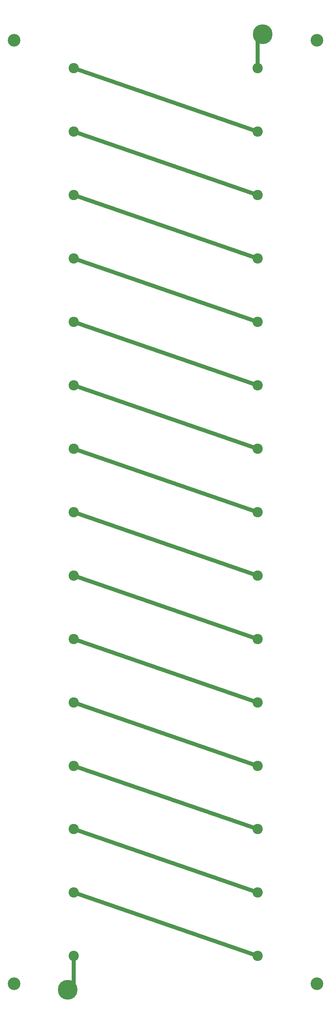
<source format=gbr>
%TF.GenerationSoftware,KiCad,Pcbnew,8.0.8*%
%TF.CreationDate,2025-05-07T18:07:23+01:00*%
%TF.ProjectId,OutputCompositeResistorSubcircuit2,4f757470-7574-4436-9f6d-706f73697465,rev?*%
%TF.SameCoordinates,Original*%
%TF.FileFunction,Copper,L2,Bot*%
%TF.FilePolarity,Positive*%
%FSLAX46Y46*%
G04 Gerber Fmt 4.6, Leading zero omitted, Abs format (unit mm)*
G04 Created by KiCad (PCBNEW 8.0.8) date 2025-05-07 18:07:23*
%MOMM*%
%LPD*%
G01*
G04 APERTURE LIST*
%TA.AperFunction,ComponentPad*%
%ADD10C,3.200000*%
%TD*%
%TA.AperFunction,ComponentPad*%
%ADD11C,2.600000*%
%TD*%
%TA.AperFunction,ComponentPad*%
%ADD12C,5.000000*%
%TD*%
%TA.AperFunction,Conductor*%
%ADD13C,1.000000*%
%TD*%
G04 APERTURE END LIST*
D10*
%TO.P,J6,1,Pin_1*%
%TO.N,unconnected-(J6-Pin_1-Pad1)*%
X111250000Y-26000000D03*
%TD*%
%TO.P,J5,1,Pin_1*%
%TO.N,unconnected-(J5-Pin_1-Pad1)*%
X34750000Y-26000000D03*
%TD*%
D11*
%TO.P,R15,2*%
%TO.N,Net-(R14-Pad2)*%
X49750000Y-33000000D03*
%TO.P,R15,1*%
%TO.N,Net-(J2-Pin_1)*%
X96250000Y-33000000D03*
%TD*%
%TO.P,R14,2*%
%TO.N,Net-(R14-Pad2)*%
X96250000Y-49000000D03*
%TO.P,R14,1*%
%TO.N,Net-(R13-Pad1)*%
X49750000Y-49000000D03*
%TD*%
%TO.P,R13,2*%
%TO.N,Net-(R12-Pad2)*%
X49750000Y-65000000D03*
%TO.P,R13,1*%
%TO.N,Net-(R13-Pad1)*%
X96250000Y-65000000D03*
%TD*%
%TO.P,R12,2*%
%TO.N,Net-(R12-Pad2)*%
X96250000Y-81000000D03*
%TO.P,R12,1*%
%TO.N,Net-(R11-Pad1)*%
X49750000Y-81000000D03*
%TD*%
%TO.P,R11,2*%
%TO.N,Net-(R10-Pad1)*%
X49750000Y-97000000D03*
%TO.P,R11,1*%
%TO.N,Net-(R11-Pad1)*%
X96250000Y-97000000D03*
%TD*%
%TO.P,R10,1*%
%TO.N,Net-(R10-Pad1)*%
X96250000Y-113000000D03*
%TO.P,R10,2*%
%TO.N,Net-(R10-Pad2)*%
X49750000Y-113000000D03*
%TD*%
%TO.P,R9,2*%
%TO.N,Net-(R10-Pad2)*%
X96250000Y-129000000D03*
%TO.P,R9,1*%
%TO.N,Net-(R8-Pad1)*%
X49750000Y-129000000D03*
%TD*%
%TO.P,R8,2*%
%TO.N,Net-(R7-Pad2)*%
X49750000Y-145000000D03*
%TO.P,R8,1*%
%TO.N,Net-(R8-Pad1)*%
X96250000Y-145000000D03*
%TD*%
%TO.P,R7,1*%
%TO.N,Net-(R6-Pad1)*%
X49750000Y-161000000D03*
%TO.P,R7,2*%
%TO.N,Net-(R7-Pad2)*%
X96250000Y-161000000D03*
%TD*%
%TO.P,R6,2*%
%TO.N,Net-(R5-Pad1)*%
X49750000Y-177000000D03*
%TO.P,R6,1*%
%TO.N,Net-(R6-Pad1)*%
X96250000Y-177000000D03*
%TD*%
D10*
%TO.P,J4,1,Pin_1*%
%TO.N,unconnected-(J4-Pin_1-Pad1)*%
X111250000Y-264000000D03*
%TD*%
D12*
%TO.P,J2,1,Pin_1*%
%TO.N,Net-(J2-Pin_1)*%
X97500000Y-24500000D03*
%TD*%
D11*
%TO.P,R5,2*%
%TO.N,Net-(R4-Pad2)*%
X49750000Y-193000000D03*
%TO.P,R5,1*%
%TO.N,Net-(R5-Pad1)*%
X96250000Y-193000000D03*
%TD*%
%TO.P,R2,2*%
%TO.N,Net-(R2-Pad2)*%
X96250000Y-241000000D03*
%TO.P,R2,1*%
%TO.N,Net-(R1-Pad1)*%
X49750000Y-241000000D03*
%TD*%
%TO.P,R4,2*%
%TO.N,Net-(R4-Pad2)*%
X96250000Y-209000000D03*
%TO.P,R4,1*%
%TO.N,Net-(R3-Pad1)*%
X49750000Y-209000000D03*
%TD*%
D12*
%TO.P,J1,1,Pin_1*%
%TO.N,Net-(J1-Pin_1)*%
X48250000Y-265500000D03*
%TD*%
D11*
%TO.P,R3,1*%
%TO.N,Net-(R3-Pad1)*%
X96250000Y-225000000D03*
%TO.P,R3,2*%
%TO.N,Net-(R2-Pad2)*%
X49750000Y-225000000D03*
%TD*%
D10*
%TO.P,J3,1,Pin_1*%
%TO.N,unconnected-(J3-Pin_1-Pad1)*%
X34750000Y-264000000D03*
%TD*%
D11*
%TO.P,R1,2*%
%TO.N,Net-(J1-Pin_1)*%
X49750000Y-257000000D03*
%TO.P,R1,1*%
%TO.N,Net-(R1-Pad1)*%
X96250000Y-257000000D03*
%TD*%
D13*
%TO.N,Net-(J1-Pin_1)*%
X49750000Y-264500000D02*
X49750000Y-257000000D01*
X48750000Y-265500000D02*
X49750000Y-264500000D01*
%TO.N,Net-(J2-Pin_1)*%
X96250000Y-25500000D02*
X97250000Y-24500000D01*
X96250000Y-33000000D02*
X96250000Y-25500000D01*
%TO.N,Net-(R14-Pad2)*%
X96250000Y-49000000D02*
X49750000Y-33000000D01*
%TO.N,Net-(R13-Pad1)*%
X96250000Y-65000000D02*
X49750000Y-49000000D01*
%TO.N,Net-(R12-Pad2)*%
X96250000Y-81000000D02*
X49750000Y-65000000D01*
%TO.N,Net-(R11-Pad1)*%
X96250000Y-97000000D02*
X49750000Y-81000000D01*
%TO.N,Net-(R10-Pad1)*%
X96250000Y-113000000D02*
X49750000Y-97000000D01*
%TO.N,Net-(R10-Pad2)*%
X96250000Y-129000000D02*
X49750000Y-113000000D01*
%TO.N,Net-(R8-Pad1)*%
X96250000Y-145000000D02*
X49750000Y-129000000D01*
%TO.N,Net-(R7-Pad2)*%
X96250000Y-161000000D02*
X49750000Y-145000000D01*
%TO.N,Net-(R6-Pad1)*%
X96250000Y-177000000D02*
X49750000Y-161000000D01*
%TO.N,Net-(R5-Pad1)*%
X96250000Y-193000000D02*
X49750000Y-177000000D01*
%TO.N,Net-(R4-Pad2)*%
X96250000Y-209000000D02*
X49750000Y-193000000D01*
%TO.N,Net-(R3-Pad1)*%
X96250000Y-225000000D02*
X49750000Y-209000000D01*
%TO.N,Net-(R2-Pad2)*%
X96250000Y-241000000D02*
X49750000Y-225000000D01*
%TO.N,Net-(R1-Pad1)*%
X96250000Y-257000000D02*
X49750000Y-241000000D01*
%TD*%
M02*

</source>
